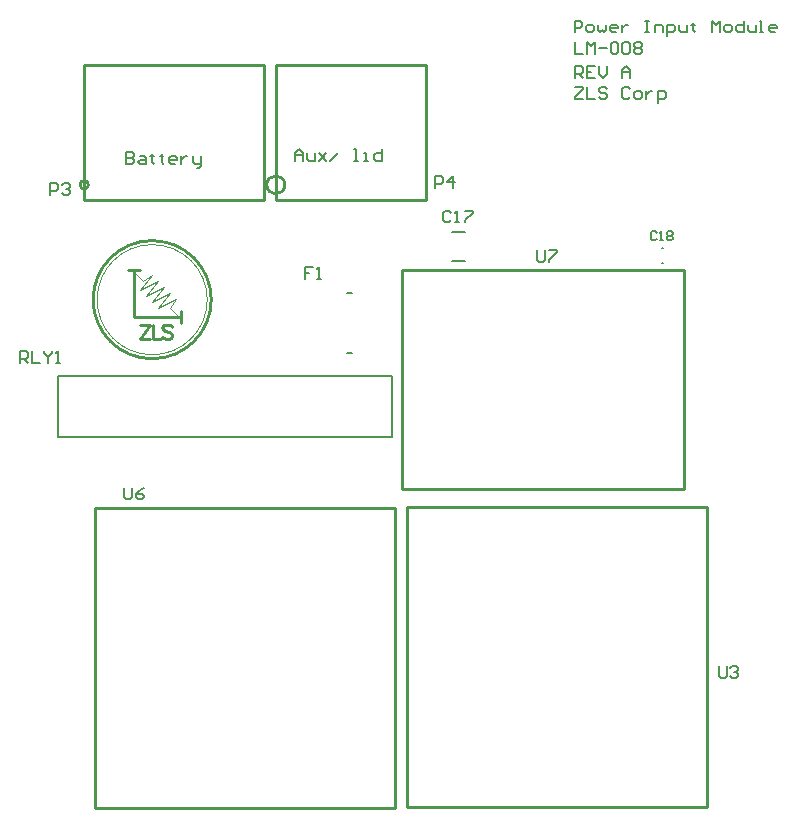
<source format=gbr>
G04 Layer_Color=65535*
%FSLAX26Y26*%
%MOIN*%
%TF.FileFunction,Legend,Top*%
%TF.Part,Single*%
G01*
G75*
%TA.AperFunction,NonConductor*%
%ADD45C,0.010000*%
%ADD46C,0.007874*%
%ADD60C,0.003937*%
D45*
X154953Y1664882D02*
G03*
X154953Y1664882I-14142J0D01*
G01*
X809000D02*
G03*
X809000Y1664882I-30000J0D01*
G01*
X564000Y1282063D02*
G03*
X564000Y1282063I-196850J0D01*
G01*
X140811Y1614882D02*
Y2064882D01*
X740811D01*
Y1614882D02*
Y2064882D01*
X140811Y1614882D02*
X740811D01*
X779000D02*
Y2064882D01*
X1279000D01*
Y1614882D02*
Y2064882D01*
X779000Y1614882D02*
X1279000D01*
X1175000Y-411496D02*
Y588504D01*
X175000Y-136496D02*
Y413504D01*
Y588504D01*
X325000D02*
X825000D01*
X175000Y-411496D02*
Y-136496D01*
Y-411496D02*
X1175000D01*
X175000Y588504D02*
X325000D01*
X825000D02*
X1175000D01*
X1200000Y1382008D02*
X2140000D01*
Y652008D02*
Y1382008D01*
X1200000Y652008D02*
X2140000D01*
X1200000D02*
Y1382008D01*
X1215040Y-409921D02*
X2215039D01*
Y590079D01*
X1215040Y590061D02*
X2215043Y590079D01*
X1215040Y-409921D02*
Y590079D01*
X287150Y1380063D02*
X327150D01*
X462150Y1205063D02*
Y1245063D01*
X307150Y1225063D02*
Y1375063D01*
Y1225063D02*
X457150D01*
X358639Y1199297D02*
X327150Y1152063D01*
Y1199297D02*
X358639D01*
X327150Y1152063D02*
X358639D01*
X369210Y1199297D02*
Y1152063D01*
X396201D01*
X432864Y1192550D02*
X428365Y1197048D01*
X421618Y1199297D01*
X412621D01*
X405873Y1197048D01*
X401374Y1192550D01*
Y1188051D01*
X403624Y1183553D01*
X405873Y1181303D01*
X410371Y1179054D01*
X423867Y1174556D01*
X428365Y1172306D01*
X430615Y1170057D01*
X432864Y1165559D01*
Y1158811D01*
X428365Y1154313D01*
X421618Y1152063D01*
X412621D01*
X405873Y1154313D01*
X401374Y1158811D01*
D46*
X52756Y825394D02*
Y1028150D01*
X1166929D01*
Y825394D02*
Y1028150D01*
X52756Y825394D02*
X1166929D01*
X1365748Y1412402D02*
X1409056D01*
X1365748Y1506890D02*
X1409056D01*
X2067031Y1454607D02*
X2070969D01*
X2067031Y1405395D02*
X2070969D01*
X1015158Y1305394D02*
X1034842D01*
X1015158Y1104606D02*
X1034842D01*
X1775024Y2173057D02*
Y2212414D01*
X1794702D01*
X1801262Y2205854D01*
Y2192735D01*
X1794702Y2186176D01*
X1775024D01*
X1820941Y2173057D02*
X1834060D01*
X1840619Y2179616D01*
Y2192735D01*
X1834060Y2199295D01*
X1820941D01*
X1814381Y2192735D01*
Y2179616D01*
X1820941Y2173057D01*
X1853738Y2199295D02*
Y2179616D01*
X1860298Y2173057D01*
X1866858Y2179616D01*
X1873417Y2173057D01*
X1879977Y2179616D01*
Y2199295D01*
X1912774Y2173057D02*
X1899655D01*
X1893096Y2179616D01*
Y2192735D01*
X1899655Y2199295D01*
X1912774D01*
X1919334Y2192735D01*
Y2186176D01*
X1893096D01*
X1932453Y2199295D02*
Y2173057D01*
Y2186176D01*
X1939013Y2192735D01*
X1945572Y2199295D01*
X1952132D01*
X2011168Y2212414D02*
X2024287D01*
X2017728D01*
Y2173057D01*
X2011168D01*
X2024287D01*
X2043966D02*
Y2199295D01*
X2063644D01*
X2070204Y2192735D01*
Y2173057D01*
X2083323Y2159937D02*
Y2199295D01*
X2103002D01*
X2109561Y2192735D01*
Y2179616D01*
X2103002Y2173057D01*
X2083323D01*
X2122681Y2199295D02*
Y2179616D01*
X2129240Y2173057D01*
X2148919D01*
Y2199295D01*
X2168598Y2205854D02*
Y2199295D01*
X2162038D01*
X2175157D01*
X2168598D01*
Y2179616D01*
X2175157Y2173057D01*
X2234193D02*
Y2212414D01*
X2247312Y2199295D01*
X2260431Y2212414D01*
Y2173057D01*
X2280110D02*
X2293229D01*
X2299789Y2179616D01*
Y2192735D01*
X2293229Y2199295D01*
X2280110D01*
X2273551Y2192735D01*
Y2179616D01*
X2280110Y2173057D01*
X2339146Y2212414D02*
Y2173057D01*
X2319468D01*
X2312908Y2179616D01*
Y2192735D01*
X2319468Y2199295D01*
X2339146D01*
X2352265D02*
Y2179616D01*
X2358825Y2173057D01*
X2378504D01*
Y2199295D01*
X2391623Y2173057D02*
X2404742D01*
X2398182D01*
Y2212414D01*
X2391623D01*
X2444099Y2173057D02*
X2430980D01*
X2424421Y2179616D01*
Y2192735D01*
X2430980Y2199295D01*
X2444099D01*
X2450659Y2192735D01*
Y2186176D01*
X2424421D01*
X903388Y1391421D02*
X877150D01*
Y1371742D01*
X890269D01*
X877150D01*
Y1352063D01*
X916507D02*
X929626D01*
X923067D01*
Y1391421D01*
X916507Y1384861D01*
X2048679Y1504598D02*
X2043759Y1509518D01*
X2033920D01*
X2029000Y1504598D01*
Y1484920D01*
X2033920Y1480000D01*
X2043759D01*
X2048679Y1484920D01*
X2058518Y1480000D02*
X2068358D01*
X2063438D01*
Y1509518D01*
X2058518Y1504598D01*
X2083117D02*
X2088036Y1509518D01*
X2097876D01*
X2102795Y1504598D01*
Y1499679D01*
X2097876Y1494759D01*
X2102795Y1489839D01*
Y1484920D01*
X2097876Y1480000D01*
X2088036D01*
X2083117Y1484920D01*
Y1489839D01*
X2088036Y1494759D01*
X2083117Y1499679D01*
Y1504598D01*
X2088036Y1494759D02*
X2097876D01*
X-72850Y1072063D02*
Y1111421D01*
X-53172D01*
X-46612Y1104861D01*
Y1091742D01*
X-53172Y1085182D01*
X-72850D01*
X-59731D02*
X-46612Y1072063D01*
X-33493Y1111421D02*
Y1072063D01*
X-7255D01*
X5864Y1111421D02*
Y1104861D01*
X18983Y1091742D01*
X32103Y1104861D01*
Y1111421D01*
X18983Y1091742D02*
Y1072063D01*
X45222D02*
X58341D01*
X51781D01*
Y1111421D01*
X45222Y1104861D01*
X273740Y655499D02*
Y622701D01*
X280300Y616142D01*
X293419D01*
X299978Y622701D01*
Y655499D01*
X339336D02*
X326216Y648939D01*
X313097Y635820D01*
Y622701D01*
X319657Y616142D01*
X332776D01*
X339336Y622701D01*
Y629261D01*
X332776Y635820D01*
X313097D01*
X2255512Y60027D02*
Y27229D01*
X2262071Y20669D01*
X2275191D01*
X2281750Y27229D01*
Y60027D01*
X2294869Y53467D02*
X2301429Y60027D01*
X2314548D01*
X2321107Y53467D01*
Y46907D01*
X2314548Y40348D01*
X2307988D01*
X2314548D01*
X2321107Y33788D01*
Y27229D01*
X2314548Y20669D01*
X2301429D01*
X2294869Y27229D01*
X1310260Y1653434D02*
Y1692791D01*
X1329939D01*
X1336498Y1686231D01*
Y1673112D01*
X1329939Y1666553D01*
X1310260D01*
X1369296Y1653434D02*
Y1692791D01*
X1349617Y1673112D01*
X1375856D01*
X27150Y1632063D02*
Y1671421D01*
X46828D01*
X53388Y1664861D01*
Y1651742D01*
X46828Y1645182D01*
X27150D01*
X66507Y1664861D02*
X73067Y1671421D01*
X86186D01*
X92745Y1664861D01*
Y1658302D01*
X86186Y1651742D01*
X79626D01*
X86186D01*
X92745Y1645182D01*
Y1638623D01*
X86186Y1632063D01*
X73067D01*
X66507Y1638623D01*
X1363640Y1572444D02*
X1357080Y1579003D01*
X1343961D01*
X1337402Y1572444D01*
Y1546205D01*
X1343961Y1539646D01*
X1357080D01*
X1363640Y1546205D01*
X1376759Y1539646D02*
X1389878D01*
X1383319D01*
Y1579003D01*
X1376759Y1572444D01*
X1409557Y1579003D02*
X1435795D01*
Y1572444D01*
X1409557Y1546205D01*
Y1539646D01*
X1651378Y1446838D02*
Y1414040D01*
X1657938Y1407480D01*
X1671057D01*
X1677616Y1414040D01*
Y1446838D01*
X1690735D02*
X1716974D01*
Y1440278D01*
X1690735Y1414040D01*
Y1407480D01*
X843260Y1745434D02*
Y1771672D01*
X856379Y1784791D01*
X869498Y1771672D01*
Y1745434D01*
Y1765112D01*
X843260D01*
X882617Y1771672D02*
Y1751993D01*
X889177Y1745434D01*
X908856D01*
Y1771672D01*
X921975D02*
X948213Y1745434D01*
X935094Y1758553D01*
X948213Y1771672D01*
X921975Y1745434D01*
X961332D02*
X987570Y1771672D01*
X1040047Y1745434D02*
X1053166D01*
X1046607D01*
Y1784791D01*
X1040047D01*
X1072845Y1745434D02*
X1085964D01*
X1079404D01*
Y1771672D01*
X1072845D01*
X1131881Y1784791D02*
Y1745434D01*
X1112202D01*
X1105643Y1751993D01*
Y1765112D01*
X1112202Y1771672D01*
X1131881D01*
X280260Y1773791D02*
Y1734434D01*
X299939D01*
X306498Y1740993D01*
Y1747553D01*
X299939Y1754112D01*
X280260D01*
X299939D01*
X306498Y1760672D01*
Y1767231D01*
X299939Y1773791D01*
X280260D01*
X326177Y1760672D02*
X339296D01*
X345856Y1754112D01*
Y1734434D01*
X326177D01*
X319617Y1740993D01*
X326177Y1747553D01*
X345856D01*
X365534Y1767231D02*
Y1760672D01*
X358975D01*
X372094D01*
X365534D01*
Y1740993D01*
X372094Y1734434D01*
X398332Y1767231D02*
Y1760672D01*
X391773D01*
X404892D01*
X398332D01*
Y1740993D01*
X404892Y1734434D01*
X444249D02*
X431130D01*
X424570Y1740993D01*
Y1754112D01*
X431130Y1760672D01*
X444249D01*
X450809Y1754112D01*
Y1747553D01*
X424570D01*
X463928Y1760672D02*
Y1734434D01*
Y1747553D01*
X470487Y1754112D01*
X477047Y1760672D01*
X483606D01*
X503285D02*
Y1740993D01*
X509845Y1734434D01*
X529523D01*
Y1727874D01*
X522964Y1721314D01*
X516404D01*
X529523Y1734434D02*
Y1760672D01*
X1777150Y1991421D02*
X1803388D01*
Y1984861D01*
X1777150Y1958623D01*
Y1952063D01*
X1803388D01*
X1816507Y1991421D02*
Y1952063D01*
X1842745D01*
X1882103Y1984861D02*
X1875543Y1991421D01*
X1862424D01*
X1855864Y1984861D01*
Y1978302D01*
X1862424Y1971742D01*
X1875543D01*
X1882103Y1965182D01*
Y1958623D01*
X1875543Y1952063D01*
X1862424D01*
X1855864Y1958623D01*
X1960817Y1984861D02*
X1954258Y1991421D01*
X1941139D01*
X1934579Y1984861D01*
Y1958623D01*
X1941139Y1952063D01*
X1954258D01*
X1960817Y1958623D01*
X1980496Y1952063D02*
X1993615D01*
X2000175Y1958623D01*
Y1971742D01*
X1993615Y1978302D01*
X1980496D01*
X1973937Y1971742D01*
Y1958623D01*
X1980496Y1952063D01*
X2013294Y1978302D02*
Y1952063D01*
Y1965182D01*
X2019854Y1971742D01*
X2026413Y1978302D01*
X2032973D01*
X2052651Y1938944D02*
Y1978302D01*
X2072330D01*
X2078890Y1971742D01*
Y1958623D01*
X2072330Y1952063D01*
X2052651D01*
X1777150Y2022063D02*
Y2061421D01*
X1796828D01*
X1803388Y2054861D01*
Y2041742D01*
X1796828Y2035182D01*
X1777150D01*
X1790269D02*
X1803388Y2022063D01*
X1842745Y2061421D02*
X1816507D01*
Y2022063D01*
X1842745D01*
X1816507Y2041742D02*
X1829626D01*
X1855864Y2061421D02*
Y2035182D01*
X1868984Y2022063D01*
X1882103Y2035182D01*
Y2061421D01*
X1934579Y2022063D02*
Y2048302D01*
X1947698Y2061421D01*
X1960817Y2048302D01*
Y2022063D01*
Y2041742D01*
X1934579D01*
X1777150Y2141421D02*
Y2102063D01*
X1803388D01*
X1816507D02*
Y2141421D01*
X1829626Y2128302D01*
X1842745Y2141421D01*
Y2102063D01*
X1855864Y2121742D02*
X1882103D01*
X1895222Y2134861D02*
X1901781Y2141421D01*
X1914900D01*
X1921460Y2134861D01*
Y2108623D01*
X1914900Y2102063D01*
X1901781D01*
X1895222Y2108623D01*
Y2134861D01*
X1934579D02*
X1941139Y2141421D01*
X1954258D01*
X1960817Y2134861D01*
Y2108623D01*
X1954258Y2102063D01*
X1941139D01*
X1934579Y2108623D01*
Y2134861D01*
X1973937D02*
X1980496Y2141421D01*
X1993615D01*
X2000175Y2134861D01*
Y2128302D01*
X1993615Y2121742D01*
X2000175Y2115182D01*
Y2108623D01*
X1993615Y2102063D01*
X1980496D01*
X1973937Y2108623D01*
Y2115182D01*
X1980496Y2121742D01*
X1973937Y2128302D01*
Y2134861D01*
X1980496Y2121742D02*
X1993615D01*
D60*
X550725Y1282063D02*
G03*
X550725Y1282063I-183576J0D01*
G01*
X387150Y1255063D02*
X427150Y1305063D01*
X367150Y1275063D02*
X427150Y1305063D01*
X367150Y1275063D02*
X407150Y1325063D01*
X307150Y1375063D02*
X337150Y1345063D01*
X427150Y1255063D02*
X447150Y1285063D01*
X387150Y1255063D02*
X447150Y1285063D01*
X427150Y1255063D02*
X457150Y1225063D01*
X337150Y1345063D02*
X367150Y1365063D01*
X327150Y1315063D02*
X367150Y1365063D01*
X347150Y1295063D02*
X387150Y1345063D01*
X347150Y1295063D02*
X407150Y1325063D01*
X327150Y1315063D02*
X387150Y1345063D01*
%TF.MD5,0d7108cdc1bff9336bbbf4cfc41ef502*%
M02*

</source>
